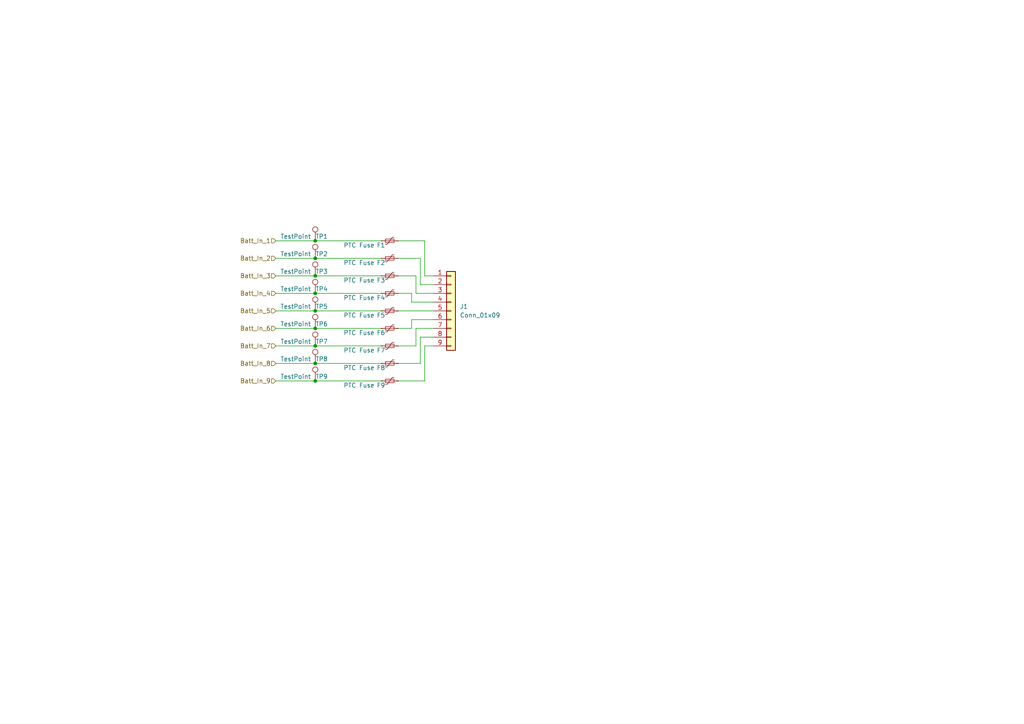
<source format=kicad_sch>
(kicad_sch (version 20231120) (generator "eeschema") (generator_version "8.0")
  (paper "A4")
  (lib_symbols
    (symbol "Connector:TestPoint" (pin_numbers hide) (pin_names (offset 0.762) hide)
      (property "Reference" "TP" (at 0 6.858 0))
      (property "Value" "TestPoint" (at 0 5.08 0))
      (symbol "TestPoint_0_1"
        (circle (center 0 3.302) (radius 0.762))
      )
      (symbol "TestPoint_1_1"
        (pin passive line (at 0 0 90) (length 2.54) (name "1") (number "1"))
      )
    )
    (symbol "Connector_Generic:Conn_01x09" (pin_names (offset 1.016) hide)
      (property "Reference" "J" (at 0 12.7 0))
      (property "Value" "Conn_01x09" (at 0 -12.7 0))
      (symbol "Conn_01x09_1_1"
        (rectangle (start -1.27 -10.033) (end 0 -10.287) (stroke (width 0.1524)))
        (rectangle (start -1.27 -7.493) (end 0 -7.747) (stroke (width 0.1524)))
        (rectangle (start -1.27 -4.953) (end 0 -5.207) (stroke (width 0.1524)))
        (rectangle (start -1.27 -2.413) (end 0 -2.667) (stroke (width 0.1524)))
        (rectangle (start -1.27 0.127) (end 0 -0.127) (stroke (width 0.1524)))
        (rectangle (start -1.27 2.667) (end 0 2.413) (stroke (width 0.1524)))
        (rectangle (start -1.27 5.207) (end 0 4.953) (stroke (width 0.1524)))
        (rectangle (start -1.27 7.747) (end 0 7.493) (stroke (width 0.1524)))
        (rectangle (start -1.27 10.287) (end 0 10.033) (stroke (width 0.1524)))
        (rectangle (start -1.27 11.43) (end 1.27 -11.43) (stroke (width 0.254)) (fill (type background)))
        (pin passive line (at -5.08 10.16 0) (length 3.81) (name "Pin_1") (number "1"))
        (pin passive line (at -5.08 7.62 0) (length 3.81) (name "Pin_2") (number "2"))
        (pin passive line (at -5.08 5.08 0) (length 3.81) (name "Pin_3") (number "3"))
        (pin passive line (at -5.08 2.54 0) (length 3.81) (name "Pin_4") (number "4"))
        (pin passive line (at -5.08 0 0) (length 3.81) (name "Pin_5") (number "5"))
        (pin passive line (at -5.08 -2.54 0) (length 3.81) (name "Pin_6") (number "6"))
        (pin passive line (at -5.08 -5.08 0) (length 3.81) (name "Pin_7") (number "7"))
        (pin passive line (at -5.08 -7.62 0) (length 3.81) (name "Pin_8") (number "8"))
        (pin passive line (at -5.08 -10.16 0) (length 3.81) (name "Pin_9") (number "9"))
      )
    )
    (symbol "Device:Polyfuse_Small" (pin_numbers hide) (pin_names (offset 0))
      (property "Reference" "F" (at -1.905 0 90))
      (property "Value" "Polyfuse_Small" (at 1.905 0 90))
      (symbol "Polyfuse_Small_0_1"
        (rectangle (start -0.508 1.27) (end 0.508 -1.27))
        (polyline (pts (xy 0 2.54) (xy 0 -2.54)))
        (polyline (pts (xy -1.016 1.27) (xy -1.016 0.762) (xy 1.016 -0.762) (xy 1.016 -1.27)))
      )
      (symbol "Polyfuse_Small_1_1"
        (pin passive line (at 0 2.54 270) (length 0.635) (name "~") (number "1"))
        (pin passive line (at 0 -2.54 90) (length 0.635) (name "~") (number "2"))
      )
    )
  )
  (junction (at 91.44 74.93))
  (junction (at 91.44 69.85))
  (junction (at 91.44 95.25))
  (junction (at 91.44 100.33))
  (junction (at 91.44 90.17))
  (junction (at 91.44 110.49))
  (junction (at 91.44 85.09))
  (junction (at 91.44 105.41))
  (junction (at 91.44 80.01))
  (wire (pts (xy 91.44 85.09) (xy 110.49 85.09)))
  (wire (pts (xy 121.92 82.55) (xy 125.73 82.55)))
  (wire (pts (xy 123.19 100.33) (xy 125.73 100.33)))
  (wire (pts (xy 80.01 85.09) (xy 91.44 85.09)))
  (wire (pts (xy 115.57 80.01) (xy 120.65 80.01)))
  (wire (pts (xy 91.44 95.25) (xy 110.49 95.25)))
  (wire (pts (xy 91.44 110.49) (xy 110.49 110.49)))
  (wire (pts (xy 115.57 74.93) (xy 121.92 74.93)))
  (wire (pts (xy 91.44 80.01) (xy 110.49 80.01)))
  (wire (pts (xy 121.92 97.79) (xy 125.73 97.79)))
  (wire (pts (xy 80.01 100.33) (xy 91.44 100.33)))
  (wire (pts (xy 120.65 85.09) (xy 125.73 85.09)))
  (wire (pts (xy 80.01 110.49) (xy 91.44 110.49)))
  (wire (pts (xy 123.19 80.01) (xy 125.73 80.01)))
  (wire (pts (xy 80.01 80.01) (xy 91.44 80.01)))
  (wire (pts (xy 91.44 105.41) (xy 110.49 105.41)))
  (wire (pts (xy 115.57 69.85) (xy 123.19 69.85)))
  (wire (pts (xy 80.01 69.85) (xy 91.44 69.85)))
  (wire (pts (xy 91.44 100.33) (xy 110.49 100.33)))
  (wire (pts (xy 120.65 80.01) (xy 120.65 85.09)))
  (wire (pts (xy 119.38 85.09) (xy 119.38 87.63)))
  (wire (pts (xy 120.65 95.25) (xy 125.73 95.25)))
  (wire (pts (xy 115.57 110.49) (xy 123.19 110.49)))
  (wire (pts (xy 120.65 100.33) (xy 120.65 95.25)))
  (wire (pts (xy 115.57 100.33) (xy 120.65 100.33)))
  (wire (pts (xy 91.44 90.17) (xy 110.49 90.17)))
  (wire (pts (xy 80.01 74.93) (xy 91.44 74.93)))
  (wire (pts (xy 115.57 95.25) (xy 119.38 95.25)))
  (wire (pts (xy 91.44 69.85) (xy 110.49 69.85)))
  (wire (pts (xy 123.19 69.85) (xy 123.19 80.01)))
  (wire (pts (xy 119.38 95.25) (xy 119.38 92.71)))
  (wire (pts (xy 115.57 85.09) (xy 119.38 85.09)))
  (wire (pts (xy 115.57 105.41) (xy 121.92 105.41)))
  (wire (pts (xy 121.92 74.93) (xy 121.92 82.55)))
  (wire (pts (xy 80.01 105.41) (xy 91.44 105.41)))
  (wire (pts (xy 121.92 105.41) (xy 121.92 97.79)))
  (wire (pts (xy 115.57 90.17) (xy 125.73 90.17)))
  (wire (pts (xy 119.38 92.71) (xy 125.73 92.71)))
  (wire (pts (xy 80.01 95.25) (xy 91.44 95.25)))
  (wire (pts (xy 80.01 90.17) (xy 91.44 90.17)))
  (wire (pts (xy 91.44 74.93) (xy 110.49 74.93)))
  (wire (pts (xy 123.19 110.49) (xy 123.19 100.33)))
  (wire (pts (xy 119.38 87.63) (xy 125.73 87.63)))
  (hierarchical_label "Batt_In_9" (shape input) (at 80.01 110.49 180))
  (hierarchical_label "Batt_In_4" (shape input) (at 80.01 85.09 180))
  (hierarchical_label "Batt_In_6" (shape input) (at 80.01 95.25 180))
  (hierarchical_label "Batt_In_3" (shape input) (at 80.01 80.01 180))
  (hierarchical_label "Batt_In_1" (shape input) (at 80.01 69.85 180))
  (hierarchical_label "Batt_In_5" (shape input) (at 80.01 90.17 180))
  (hierarchical_label "Batt_In_7" (shape input) (at 80.01 100.33 180))
  (hierarchical_label "Batt_In_2" (shape input) (at 80.01 74.93 180))
  (hierarchical_label "Batt_In_8" (shape input) (at 80.01 105.41 180))
  (symbol (lib_id "Connector:TestPoint") (at 91.44 95.25 0) (unit 1)
    (property "Reference" "TP6" (at 91.44 93.98 0) (effects (justify left)))
    (property "Value" "TestPoint" (at 81.28 93.98 0) (effects (justify left)))
    (property "Footprint" "TestPoint:TestPoint_Keystone_5005-5009_Compact" (effects (hide yes)))
    (property "Description" "test point" (effects (hide yes)))
    (instances (project "BPS_Scrutineering" (path "" (reference "TP6") (unit 1)) (path "" (reference "TP15") (unit 1)) (path "" (reference "TP24") (unit 1)) (path "" (reference "TP33") (unit 1))))
  )
  (symbol (lib_id "Device:Polyfuse_Small") (at 113.03 85.09 90) (unit 1)
    (property "Reference" "F4" (at 110.49 86.36 90))
    (property "Value" "PTC Fuse" (at 104.14 86.36 90))
    (property "Footprint" "footprints:FUSC1810X100N" (effects (hide yes)))
    (property "Description" "Resettable fuse, polymeric positive temperature coefficient, small symbol" (effects (hide yes)))
    (instances (project "BPS_Scrutineering" (path "" (reference "F4") (unit 1)) (path "" (reference "F13") (unit 1)) (path "" (reference "F22") (unit 1)) (path "" (reference "F31") (unit 1))))
  )
  (symbol (lib_id "Connector_Generic:Conn_01x09") (at 130.81 90.17 0) (unit 1)
    (property "Reference" "J1" (at 133.35 88.8999 0) (effects (justify left)))
    (property "Value" "Conn_01x09" (at 133.35 91.4399 0) (effects (justify left)))
    (property "Footprint" "Connector_Molex:Molex_Micro-Fit_3.0_43650-0915_1x09_P3.00mm_Vertical" (effects (hide yes)))
    (property "Description" "Generic connector, single row, 01x09, script generated (kicad-library-utils/schlib/autogen/connector/)" (effects (hide yes)))
    (instances (project "BPS_Scrutineering" (path "" (reference "J1") (unit 1)) (path "" (reference "J2") (unit 1)) (path "" (reference "J3") (unit 1)) (path "" (reference "J4") (unit 1))))
  )
  (symbol (lib_id "Connector:TestPoint") (at 91.44 85.09 0) (unit 1)
    (property "Reference" "TP4" (at 91.44 83.82 0) (effects (justify left)))
    (property "Value" "TestPoint" (at 81.28 83.82 0) (effects (justify left)))
    (property "Footprint" "TestPoint:TestPoint_Keystone_5005-5009_Compact" (effects (hide yes)))
    (property "Description" "test point" (effects (hide yes)))
    (instances (project "BPS_Scrutineering" (path "" (reference "TP4") (unit 1)) (path "" (reference "TP13") (unit 1)) (path "" (reference "TP22") (unit 1)) (path "" (reference "TP31") (unit 1))))
  )
  (symbol (lib_id "Connector:TestPoint") (at 91.44 105.41 0) (unit 1)
    (property "Reference" "TP8" (at 91.44 104.14 0) (effects (justify left)))
    (property "Value" "TestPoint" (at 81.28 104.14 0) (effects (justify left)))
    (property "Footprint" "TestPoint:TestPoint_Keystone_5005-5009_Compact" (effects (hide yes)))
    (property "Description" "test point" (effects (hide yes)))
    (instances (project "BPS_Scrutineering" (path "" (reference "TP8") (unit 1)) (path "" (reference "TP17") (unit 1)) (path "" (reference "TP26") (unit 1)) (path "" (reference "TP35") (unit 1))))
  )
  (symbol (lib_id "Connector:TestPoint") (at 91.44 69.85 0) (unit 1)
    (property "Reference" "TP1" (at 91.44 68.58 0) (effects (justify left)))
    (property "Value" "TestPoint" (at 81.28 68.58 0) (effects (justify left)))
    (property "Footprint" "TestPoint:TestPoint_Keystone_5005-5009_Compact" (effects (hide yes)))
    (property "Description" "test point" (effects (hide yes)))
    (instances (project "BPS_Scrutineering" (path "" (reference "TP1") (unit 1)) (path "" (reference "TP10") (unit 1)) (path "" (reference "TP19") (unit 1)) (path "" (reference "TP28") (unit 1))))
  )
  (symbol (lib_id "Connector:TestPoint") (at 91.44 90.17 0) (unit 1)
    (property "Reference" "TP5" (at 91.44 88.9 0) (effects (justify left)))
    (property "Value" "TestPoint" (at 81.28 88.9 0) (effects (justify left)))
    (property "Footprint" "TestPoint:TestPoint_Keystone_5005-5009_Compact" (effects (hide yes)))
    (property "Description" "test point" (effects (hide yes)))
    (instances (project "BPS_Scrutineering" (path "" (reference "TP5") (unit 1)) (path "" (reference "TP14") (unit 1)) (path "" (reference "TP23") (unit 1)) (path "" (reference "TP32") (unit 1))))
  )
  (symbol (lib_id "Device:Polyfuse_Small") (at 113.03 95.25 90) (unit 1)
    (property "Reference" "F6" (at 110.49 96.52 90))
    (property "Value" "PTC Fuse" (at 104.14 96.52 90))
    (property "Footprint" "footprints:FUSC1810X100N" (effects (hide yes)))
    (property "Description" "Resettable fuse, polymeric positive temperature coefficient, small symbol" (effects (hide yes)))
    (instances (project "BPS_Scrutineering" (path "" (reference "F6") (unit 1)) (path "" (reference "F15") (unit 1)) (path "" (reference "F24") (unit 1)) (path "" (reference "F33") (unit 1))))
  )
  (symbol (lib_id "Connector:TestPoint") (at 91.44 100.33 0) (unit 1)
    (property "Reference" "TP7" (at 91.44 99.06 0) (effects (justify left)))
    (property "Value" "TestPoint" (at 81.28 99.06 0) (effects (justify left)))
    (property "Footprint" "TestPoint:TestPoint_Keystone_5005-5009_Compact" (effects (hide yes)))
    (property "Description" "test point" (effects (hide yes)))
    (instances (project "BPS_Scrutineering" (path "" (reference "TP7") (unit 1)) (path "" (reference "TP16") (unit 1)) (path "" (reference "TP25") (unit 1)) (path "" (reference "TP34") (unit 1))))
  )
  (symbol (lib_id "Connector:TestPoint") (at 91.44 80.01 0) (unit 1)
    (property "Reference" "TP3" (at 91.44 78.74 0) (effects (justify left)))
    (property "Value" "TestPoint" (at 81.28 78.74 0) (effects (justify left)))
    (property "Footprint" "TestPoint:TestPoint_Keystone_5005-5009_Compact" (effects (hide yes)))
    (property "Description" "test point" (effects (hide yes)))
    (instances (project "BPS_Scrutineering" (path "" (reference "TP3") (unit 1)) (path "" (reference "TP12") (unit 1)) (path "" (reference "TP21") (unit 1)) (path "" (reference "TP30") (unit 1))))
  )
  (symbol (lib_id "Device:Polyfuse_Small") (at 113.03 74.93 90) (unit 1)
    (property "Reference" "F2" (at 110.49 76.2 90))
    (property "Value" "PTC Fuse" (at 104.14 76.2 90))
    (property "Footprint" "footprints:FUSC1810X100N" (effects (hide yes)))
    (property "Description" "Resettable fuse, polymeric positive temperature coefficient, small symbol" (effects (hide yes)))
    (instances (project "BPS_Scrutineering" (path "" (reference "F2") (unit 1)) (path "" (reference "F11") (unit 1)) (path "" (reference "F20") (unit 1)) (path "" (reference "F29") (unit 1))))
  )
  (symbol (lib_id "Device:Polyfuse_Small") (at 113.03 69.85 90) (unit 1)
    (property "Reference" "F1" (at 110.49 71.12 90))
    (property "Value" "PTC Fuse" (at 104.14 71.12 90))
    (property "Footprint" "footprints:FUSC1810X100N" (effects (hide yes)))
    (property "Description" "Resettable fuse, polymeric positive temperature coefficient, small symbol" (effects (hide yes)))
    (instances (project "BPS_Scrutineering" (path "" (reference "F1") (unit 1)) (path "" (reference "F10") (unit 1)) (path "" (reference "F19") (unit 1)) (path "" (reference "F28") (unit 1))))
  )
  (symbol (lib_id "Device:Polyfuse_Small") (at 113.03 110.49 90) (unit 1)
    (property "Reference" "F9" (at 110.49 111.76 90))
    (property "Value" "PTC Fuse" (at 104.14 111.76 90))
    (property "Footprint" "footprints:FUSC1810X100N" (effects (hide yes)))
    (property "Description" "Resettable fuse, polymeric positive temperature coefficient, small symbol" (effects (hide yes)))
    (instances (project "BPS_Scrutineering" (path "" (reference "F9") (unit 1)) (path "" (reference "F18") (unit 1)) (path "" (reference "F27") (unit 1)) (path "" (reference "F36") (unit 1))))
  )
  (symbol (lib_id "Connector:TestPoint") (at 91.44 110.49 0) (unit 1)
    (property "Reference" "TP9" (at 91.44 109.22 0) (effects (justify left)))
    (property "Value" "TestPoint" (at 81.28 109.22 0) (effects (justify left)))
    (property "Footprint" "TestPoint:TestPoint_Keystone_5005-5009_Compact" (effects (hide yes)))
    (property "Description" "test point" (effects (hide yes)))
    (instances (project "BPS_Scrutineering" (path "" (reference "TP9") (unit 1)) (path "" (reference "TP18") (unit 1)) (path "" (reference "TP27") (unit 1)) (path "" (reference "TP36") (unit 1))))
  )
  (symbol (lib_id "Device:Polyfuse_Small") (at 113.03 105.41 90) (unit 1)
    (property "Reference" "F8" (at 110.49 106.68 90))
    (property "Value" "PTC Fuse" (at 104.14 106.68 90))
    (property "Footprint" "footprints:FUSC1810X100N" (effects (hide yes)))
    (property "Description" "Resettable fuse, polymeric positive temperature coefficient, small symbol" (effects (hide yes)))
    (instances (project "BPS_Scrutineering" (path "" (reference "F8") (unit 1)) (path "" (reference "F17") (unit 1)) (path "" (reference "F26") (unit 1)) (path "" (reference "F35") (unit 1))))
  )
  (symbol (lib_id "Connector:TestPoint") (at 91.44 74.93 0) (unit 1)
    (property "Reference" "TP2" (at 91.44 73.66 0) (effects (justify left)))
    (property "Value" "TestPoint" (at 81.28 73.66 0) (effects (justify left)))
    (property "Footprint" "TestPoint:TestPoint_Keystone_5005-5009_Compact" (effects (hide yes)))
    (property "Description" "test point" (effects (hide yes)))
    (instances (project "BPS_Scrutineering" (path "" (reference "TP2") (unit 1)) (path "" (reference "TP11") (unit 1)) (path "" (reference "TP20") (unit 1)) (path "" (reference "TP29") (unit 1))))
  )
  (symbol (lib_id "Device:Polyfuse_Small") (at 113.03 100.33 90) (unit 1)
    (property "Reference" "F7" (at 110.49 101.6 90))
    (property "Value" "PTC Fuse" (at 104.14 101.6 90))
    (property "Footprint" "footprints:FUSC1810X100N" (effects (hide yes)))
    (property "Description" "Resettable fuse, polymeric positive temperature coefficient, small symbol" (effects (hide yes)))
    (instances (project "BPS_Scrutineering" (path "" (reference "F7") (unit 1)) (path "" (reference "F16") (unit 1)) (path "" (reference "F25") (unit 1)) (path "" (reference "F34") (unit 1))))
  )
  (symbol (lib_id "Device:Polyfuse_Small") (at 113.03 90.17 90) (unit 1)
    (property "Reference" "F5" (at 110.49 91.44 90))
    (property "Value" "PTC Fuse" (at 104.14 91.44 90))
    (property "Footprint" "footprints:FUSC1810X100N" (effects (hide yes)))
    (property "Description" "Resettable fuse, polymeric positive temperature coefficient, small symbol" (effects (hide yes)))
    (instances (project "BPS_Scrutineering" (path "" (reference "F5") (unit 1)) (path "" (reference "F14") (unit 1)) (path "" (reference "F23") (unit 1)) (path "" (reference "F32") (unit 1))))
  )
  (symbol (lib_id "Device:Polyfuse_Small") (at 113.03 80.01 90) (unit 1)
    (property "Reference" "F3" (at 110.49 81.28 90))
    (property "Value" "PTC Fuse" (at 104.14 81.28 90))
    (property "Footprint" "footprints:FUSC1810X100N" (effects (hide yes)))
    (property "Description" "Resettable fuse, polymeric positive temperature coefficient, small symbol" (effects (hide yes)))
    (instances (project "BPS_Scrutineering" (path "" (reference "F3") (unit 1)) (path "" (reference "F12") (unit 1)) (path "" (reference "F21") (unit 1)) (path "" (reference "F30") (unit 1))))
  )
)
</source>
